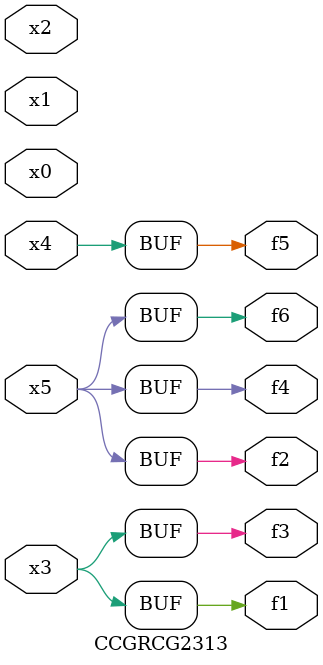
<source format=v>
module CCGRCG2313(
	input x0, x1, x2, x3, x4, x5,
	output f1, f2, f3, f4, f5, f6
);
	assign f1 = x3;
	assign f2 = x5;
	assign f3 = x3;
	assign f4 = x5;
	assign f5 = x4;
	assign f6 = x5;
endmodule

</source>
